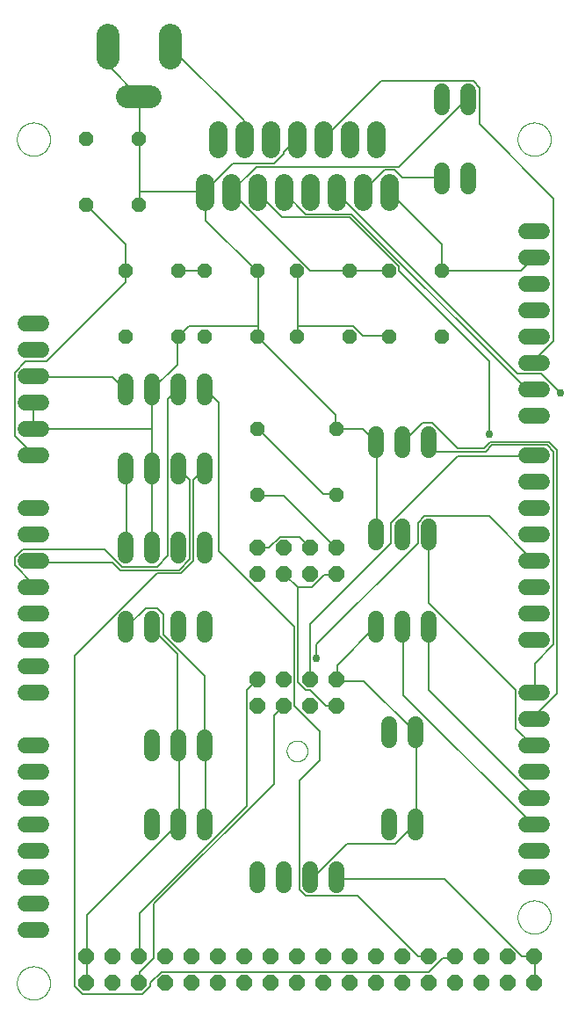
<source format=gtl>
G75*
%MOIN*%
%OFA0B0*%
%FSLAX25Y25*%
%IPPOS*%
%LPD*%
%AMOC8*
5,1,8,0,0,1.08239X$1,22.5*
%
%ADD10OC8,0.05200*%
%ADD11C,0.07087*%
%ADD12C,0.06000*%
%ADD13OC8,0.06000*%
%ADD14C,0.00000*%
%ADD15C,0.08600*%
%ADD16C,0.00600*%
%ADD17C,0.02978*%
D10*
X0100000Y0206250D03*
X0100000Y0231250D03*
X0100000Y0266250D03*
X0100000Y0291250D03*
X0115000Y0291250D03*
X0115000Y0266250D03*
X0135000Y0266250D03*
X0135000Y0291250D03*
X0150000Y0291250D03*
X0150000Y0266250D03*
X0170000Y0266250D03*
X0170000Y0291250D03*
X0130000Y0231250D03*
X0130000Y0206250D03*
X0080000Y0266250D03*
X0070000Y0266250D03*
X0070000Y0291250D03*
X0080000Y0291250D03*
X0055000Y0316250D03*
X0050000Y0291250D03*
X0050000Y0266250D03*
X0035000Y0316250D03*
X0035000Y0341250D03*
X0055000Y0341250D03*
D11*
X0080000Y0324793D02*
X0080000Y0317707D01*
X0090000Y0317707D02*
X0090000Y0324793D01*
X0085000Y0337707D02*
X0085000Y0344793D01*
X0095000Y0344793D02*
X0095000Y0337707D01*
X0105000Y0337707D02*
X0105000Y0344793D01*
X0115000Y0344793D02*
X0115000Y0337707D01*
X0125000Y0337707D02*
X0125000Y0344793D01*
X0135000Y0344793D02*
X0135000Y0337707D01*
X0145000Y0337707D02*
X0145000Y0344793D01*
X0140000Y0324793D02*
X0140000Y0317707D01*
X0130000Y0317707D02*
X0130000Y0324793D01*
X0120000Y0324793D02*
X0120000Y0317707D01*
X0110000Y0317707D02*
X0110000Y0324793D01*
X0100000Y0324793D02*
X0100000Y0317707D01*
X0150000Y0317707D02*
X0150000Y0324793D01*
D12*
X0170000Y0323250D02*
X0170000Y0329250D01*
X0180000Y0329250D02*
X0180000Y0323250D01*
X0180000Y0353250D02*
X0180000Y0359250D01*
X0170000Y0359250D02*
X0170000Y0353250D01*
X0202000Y0306250D02*
X0208000Y0306250D01*
X0208000Y0296250D02*
X0202000Y0296250D01*
X0202000Y0286250D02*
X0208000Y0286250D01*
X0208000Y0276250D02*
X0202000Y0276250D01*
X0202000Y0266250D02*
X0208000Y0266250D01*
X0208000Y0256250D02*
X0202000Y0256250D01*
X0202000Y0246250D02*
X0208000Y0246250D01*
X0208000Y0236250D02*
X0202000Y0236250D01*
X0202000Y0221250D02*
X0208000Y0221250D01*
X0208000Y0211250D02*
X0202000Y0211250D01*
X0202000Y0201250D02*
X0208000Y0201250D01*
X0208000Y0191250D02*
X0202000Y0191250D01*
X0202000Y0181250D02*
X0208000Y0181250D01*
X0208000Y0171250D02*
X0202000Y0171250D01*
X0202000Y0161250D02*
X0208000Y0161250D01*
X0208000Y0151250D02*
X0202000Y0151250D01*
X0202000Y0131250D02*
X0208000Y0131250D01*
X0208000Y0121250D02*
X0202000Y0121250D01*
X0202000Y0111250D02*
X0208000Y0111250D01*
X0208000Y0101250D02*
X0202000Y0101250D01*
X0202000Y0091250D02*
X0208000Y0091250D01*
X0208000Y0081250D02*
X0202000Y0081250D01*
X0202000Y0071250D02*
X0208000Y0071250D01*
X0208000Y0061250D02*
X0202000Y0061250D01*
X0160000Y0078250D02*
X0160000Y0084250D01*
X0150000Y0084250D02*
X0150000Y0078250D01*
X0150000Y0113250D02*
X0150000Y0119250D01*
X0160000Y0119250D02*
X0160000Y0113250D01*
X0155000Y0153250D02*
X0155000Y0159250D01*
X0145000Y0159250D02*
X0145000Y0153250D01*
X0145000Y0188250D02*
X0145000Y0194250D01*
X0155000Y0194250D02*
X0155000Y0188250D01*
X0165000Y0188250D02*
X0165000Y0194250D01*
X0165000Y0223250D02*
X0165000Y0229250D01*
X0155000Y0229250D02*
X0155000Y0223250D01*
X0145000Y0223250D02*
X0145000Y0229250D01*
X0165000Y0159250D02*
X0165000Y0153250D01*
X0130000Y0064250D02*
X0130000Y0058250D01*
X0120000Y0058250D02*
X0120000Y0064250D01*
X0110000Y0064250D02*
X0110000Y0058250D01*
X0100000Y0058250D02*
X0100000Y0064250D01*
X0080000Y0078250D02*
X0080000Y0084250D01*
X0070000Y0084250D02*
X0070000Y0078250D01*
X0060000Y0078250D02*
X0060000Y0084250D01*
X0060000Y0108250D02*
X0060000Y0114250D01*
X0070000Y0114250D02*
X0070000Y0108250D01*
X0080000Y0108250D02*
X0080000Y0114250D01*
X0080000Y0153250D02*
X0080000Y0159250D01*
X0070000Y0159250D02*
X0070000Y0153250D01*
X0060000Y0153250D02*
X0060000Y0159250D01*
X0050000Y0159250D02*
X0050000Y0153250D01*
X0050000Y0183250D02*
X0050000Y0189250D01*
X0060000Y0189250D02*
X0060000Y0183250D01*
X0070000Y0183250D02*
X0070000Y0189250D01*
X0080000Y0189250D02*
X0080000Y0183250D01*
X0080000Y0213250D02*
X0080000Y0219250D01*
X0070000Y0219250D02*
X0070000Y0213250D01*
X0060000Y0213250D02*
X0060000Y0219250D01*
X0050000Y0219250D02*
X0050000Y0213250D01*
X0050000Y0243250D02*
X0050000Y0249250D01*
X0060000Y0249250D02*
X0060000Y0243250D01*
X0070000Y0243250D02*
X0070000Y0249250D01*
X0080000Y0249250D02*
X0080000Y0243250D01*
X0018000Y0241250D02*
X0012000Y0241250D01*
X0012000Y0251250D02*
X0018000Y0251250D01*
X0018000Y0261250D02*
X0012000Y0261250D01*
X0012000Y0271250D02*
X0018000Y0271250D01*
X0018000Y0231250D02*
X0012000Y0231250D01*
X0012000Y0221250D02*
X0018000Y0221250D01*
X0018000Y0201250D02*
X0012000Y0201250D01*
X0012000Y0191250D02*
X0018000Y0191250D01*
X0018000Y0181250D02*
X0012000Y0181250D01*
X0012000Y0171250D02*
X0018000Y0171250D01*
X0018000Y0161250D02*
X0012000Y0161250D01*
X0012000Y0151250D02*
X0018000Y0151250D01*
X0018000Y0141250D02*
X0012000Y0141250D01*
X0012000Y0131250D02*
X0018000Y0131250D01*
X0018000Y0111250D02*
X0012000Y0111250D01*
X0012000Y0101250D02*
X0018000Y0101250D01*
X0018000Y0091250D02*
X0012000Y0091250D01*
X0012000Y0081250D02*
X0018000Y0081250D01*
X0018000Y0071250D02*
X0012000Y0071250D01*
X0012000Y0061250D02*
X0018000Y0061250D01*
X0018000Y0051250D02*
X0012000Y0051250D01*
X0012000Y0041250D02*
X0018000Y0041250D01*
D13*
X0035000Y0031250D03*
X0035000Y0021250D03*
X0045000Y0021250D03*
X0045000Y0031250D03*
X0055000Y0031250D03*
X0055000Y0021250D03*
X0065000Y0021250D03*
X0065000Y0031250D03*
X0075000Y0031250D03*
X0075000Y0021250D03*
X0085000Y0021250D03*
X0085000Y0031250D03*
X0095000Y0031250D03*
X0095000Y0021250D03*
X0105000Y0021250D03*
X0105000Y0031250D03*
X0115000Y0031250D03*
X0115000Y0021250D03*
X0125000Y0021250D03*
X0125000Y0031250D03*
X0135000Y0031250D03*
X0135000Y0021250D03*
X0145000Y0021250D03*
X0145000Y0031250D03*
X0155000Y0031250D03*
X0155000Y0021250D03*
X0165000Y0021250D03*
X0165000Y0031250D03*
X0175000Y0031250D03*
X0175000Y0021250D03*
X0185000Y0021250D03*
X0185000Y0031250D03*
X0195000Y0031250D03*
X0195000Y0021250D03*
X0205000Y0021250D03*
X0205000Y0031250D03*
X0130000Y0126250D03*
X0130000Y0136250D03*
X0120000Y0136250D03*
X0120000Y0126250D03*
X0110000Y0126250D03*
X0110000Y0136250D03*
X0100000Y0136250D03*
X0100000Y0126250D03*
X0100000Y0176250D03*
X0100000Y0186250D03*
X0110000Y0186250D03*
X0110000Y0176250D03*
X0120000Y0176250D03*
X0120000Y0186250D03*
X0130000Y0186250D03*
X0130000Y0176250D03*
D14*
X0008701Y0021250D02*
X0008703Y0021408D01*
X0008709Y0021566D01*
X0008719Y0021724D01*
X0008733Y0021882D01*
X0008751Y0022039D01*
X0008772Y0022196D01*
X0008798Y0022352D01*
X0008828Y0022508D01*
X0008861Y0022663D01*
X0008899Y0022816D01*
X0008940Y0022969D01*
X0008985Y0023121D01*
X0009034Y0023272D01*
X0009087Y0023421D01*
X0009143Y0023569D01*
X0009203Y0023715D01*
X0009267Y0023860D01*
X0009335Y0024003D01*
X0009406Y0024145D01*
X0009480Y0024285D01*
X0009558Y0024422D01*
X0009640Y0024558D01*
X0009724Y0024692D01*
X0009813Y0024823D01*
X0009904Y0024952D01*
X0009999Y0025079D01*
X0010096Y0025204D01*
X0010197Y0025326D01*
X0010301Y0025445D01*
X0010408Y0025562D01*
X0010518Y0025676D01*
X0010631Y0025787D01*
X0010746Y0025896D01*
X0010864Y0026001D01*
X0010985Y0026103D01*
X0011108Y0026203D01*
X0011234Y0026299D01*
X0011362Y0026392D01*
X0011492Y0026482D01*
X0011625Y0026568D01*
X0011760Y0026652D01*
X0011896Y0026731D01*
X0012035Y0026808D01*
X0012176Y0026880D01*
X0012318Y0026950D01*
X0012462Y0027015D01*
X0012608Y0027077D01*
X0012755Y0027135D01*
X0012904Y0027190D01*
X0013054Y0027241D01*
X0013205Y0027288D01*
X0013357Y0027331D01*
X0013510Y0027370D01*
X0013665Y0027406D01*
X0013820Y0027437D01*
X0013976Y0027465D01*
X0014132Y0027489D01*
X0014289Y0027509D01*
X0014447Y0027525D01*
X0014604Y0027537D01*
X0014763Y0027545D01*
X0014921Y0027549D01*
X0015079Y0027549D01*
X0015237Y0027545D01*
X0015396Y0027537D01*
X0015553Y0027525D01*
X0015711Y0027509D01*
X0015868Y0027489D01*
X0016024Y0027465D01*
X0016180Y0027437D01*
X0016335Y0027406D01*
X0016490Y0027370D01*
X0016643Y0027331D01*
X0016795Y0027288D01*
X0016946Y0027241D01*
X0017096Y0027190D01*
X0017245Y0027135D01*
X0017392Y0027077D01*
X0017538Y0027015D01*
X0017682Y0026950D01*
X0017824Y0026880D01*
X0017965Y0026808D01*
X0018104Y0026731D01*
X0018240Y0026652D01*
X0018375Y0026568D01*
X0018508Y0026482D01*
X0018638Y0026392D01*
X0018766Y0026299D01*
X0018892Y0026203D01*
X0019015Y0026103D01*
X0019136Y0026001D01*
X0019254Y0025896D01*
X0019369Y0025787D01*
X0019482Y0025676D01*
X0019592Y0025562D01*
X0019699Y0025445D01*
X0019803Y0025326D01*
X0019904Y0025204D01*
X0020001Y0025079D01*
X0020096Y0024952D01*
X0020187Y0024823D01*
X0020276Y0024692D01*
X0020360Y0024558D01*
X0020442Y0024422D01*
X0020520Y0024285D01*
X0020594Y0024145D01*
X0020665Y0024003D01*
X0020733Y0023860D01*
X0020797Y0023715D01*
X0020857Y0023569D01*
X0020913Y0023421D01*
X0020966Y0023272D01*
X0021015Y0023121D01*
X0021060Y0022969D01*
X0021101Y0022816D01*
X0021139Y0022663D01*
X0021172Y0022508D01*
X0021202Y0022352D01*
X0021228Y0022196D01*
X0021249Y0022039D01*
X0021267Y0021882D01*
X0021281Y0021724D01*
X0021291Y0021566D01*
X0021297Y0021408D01*
X0021299Y0021250D01*
X0021297Y0021092D01*
X0021291Y0020934D01*
X0021281Y0020776D01*
X0021267Y0020618D01*
X0021249Y0020461D01*
X0021228Y0020304D01*
X0021202Y0020148D01*
X0021172Y0019992D01*
X0021139Y0019837D01*
X0021101Y0019684D01*
X0021060Y0019531D01*
X0021015Y0019379D01*
X0020966Y0019228D01*
X0020913Y0019079D01*
X0020857Y0018931D01*
X0020797Y0018785D01*
X0020733Y0018640D01*
X0020665Y0018497D01*
X0020594Y0018355D01*
X0020520Y0018215D01*
X0020442Y0018078D01*
X0020360Y0017942D01*
X0020276Y0017808D01*
X0020187Y0017677D01*
X0020096Y0017548D01*
X0020001Y0017421D01*
X0019904Y0017296D01*
X0019803Y0017174D01*
X0019699Y0017055D01*
X0019592Y0016938D01*
X0019482Y0016824D01*
X0019369Y0016713D01*
X0019254Y0016604D01*
X0019136Y0016499D01*
X0019015Y0016397D01*
X0018892Y0016297D01*
X0018766Y0016201D01*
X0018638Y0016108D01*
X0018508Y0016018D01*
X0018375Y0015932D01*
X0018240Y0015848D01*
X0018104Y0015769D01*
X0017965Y0015692D01*
X0017824Y0015620D01*
X0017682Y0015550D01*
X0017538Y0015485D01*
X0017392Y0015423D01*
X0017245Y0015365D01*
X0017096Y0015310D01*
X0016946Y0015259D01*
X0016795Y0015212D01*
X0016643Y0015169D01*
X0016490Y0015130D01*
X0016335Y0015094D01*
X0016180Y0015063D01*
X0016024Y0015035D01*
X0015868Y0015011D01*
X0015711Y0014991D01*
X0015553Y0014975D01*
X0015396Y0014963D01*
X0015237Y0014955D01*
X0015079Y0014951D01*
X0014921Y0014951D01*
X0014763Y0014955D01*
X0014604Y0014963D01*
X0014447Y0014975D01*
X0014289Y0014991D01*
X0014132Y0015011D01*
X0013976Y0015035D01*
X0013820Y0015063D01*
X0013665Y0015094D01*
X0013510Y0015130D01*
X0013357Y0015169D01*
X0013205Y0015212D01*
X0013054Y0015259D01*
X0012904Y0015310D01*
X0012755Y0015365D01*
X0012608Y0015423D01*
X0012462Y0015485D01*
X0012318Y0015550D01*
X0012176Y0015620D01*
X0012035Y0015692D01*
X0011896Y0015769D01*
X0011760Y0015848D01*
X0011625Y0015932D01*
X0011492Y0016018D01*
X0011362Y0016108D01*
X0011234Y0016201D01*
X0011108Y0016297D01*
X0010985Y0016397D01*
X0010864Y0016499D01*
X0010746Y0016604D01*
X0010631Y0016713D01*
X0010518Y0016824D01*
X0010408Y0016938D01*
X0010301Y0017055D01*
X0010197Y0017174D01*
X0010096Y0017296D01*
X0009999Y0017421D01*
X0009904Y0017548D01*
X0009813Y0017677D01*
X0009724Y0017808D01*
X0009640Y0017942D01*
X0009558Y0018078D01*
X0009480Y0018215D01*
X0009406Y0018355D01*
X0009335Y0018497D01*
X0009267Y0018640D01*
X0009203Y0018785D01*
X0009143Y0018931D01*
X0009087Y0019079D01*
X0009034Y0019228D01*
X0008985Y0019379D01*
X0008940Y0019531D01*
X0008899Y0019684D01*
X0008861Y0019837D01*
X0008828Y0019992D01*
X0008798Y0020148D01*
X0008772Y0020304D01*
X0008751Y0020461D01*
X0008733Y0020618D01*
X0008719Y0020776D01*
X0008709Y0020934D01*
X0008703Y0021092D01*
X0008701Y0021250D01*
X0111063Y0109250D02*
X0111065Y0109375D01*
X0111071Y0109500D01*
X0111081Y0109624D01*
X0111095Y0109748D01*
X0111112Y0109872D01*
X0111134Y0109995D01*
X0111160Y0110117D01*
X0111189Y0110239D01*
X0111222Y0110359D01*
X0111260Y0110478D01*
X0111300Y0110597D01*
X0111345Y0110713D01*
X0111393Y0110828D01*
X0111445Y0110942D01*
X0111501Y0111054D01*
X0111560Y0111164D01*
X0111622Y0111272D01*
X0111688Y0111379D01*
X0111757Y0111483D01*
X0111830Y0111584D01*
X0111905Y0111684D01*
X0111984Y0111781D01*
X0112066Y0111875D01*
X0112151Y0111967D01*
X0112238Y0112056D01*
X0112329Y0112142D01*
X0112422Y0112225D01*
X0112518Y0112306D01*
X0112616Y0112383D01*
X0112716Y0112457D01*
X0112819Y0112528D01*
X0112924Y0112595D01*
X0113032Y0112660D01*
X0113141Y0112720D01*
X0113252Y0112778D01*
X0113365Y0112831D01*
X0113479Y0112881D01*
X0113595Y0112928D01*
X0113712Y0112970D01*
X0113831Y0113009D01*
X0113951Y0113045D01*
X0114072Y0113076D01*
X0114194Y0113104D01*
X0114316Y0113127D01*
X0114440Y0113147D01*
X0114564Y0113163D01*
X0114688Y0113175D01*
X0114813Y0113183D01*
X0114938Y0113187D01*
X0115062Y0113187D01*
X0115187Y0113183D01*
X0115312Y0113175D01*
X0115436Y0113163D01*
X0115560Y0113147D01*
X0115684Y0113127D01*
X0115806Y0113104D01*
X0115928Y0113076D01*
X0116049Y0113045D01*
X0116169Y0113009D01*
X0116288Y0112970D01*
X0116405Y0112928D01*
X0116521Y0112881D01*
X0116635Y0112831D01*
X0116748Y0112778D01*
X0116859Y0112720D01*
X0116969Y0112660D01*
X0117076Y0112595D01*
X0117181Y0112528D01*
X0117284Y0112457D01*
X0117384Y0112383D01*
X0117482Y0112306D01*
X0117578Y0112225D01*
X0117671Y0112142D01*
X0117762Y0112056D01*
X0117849Y0111967D01*
X0117934Y0111875D01*
X0118016Y0111781D01*
X0118095Y0111684D01*
X0118170Y0111584D01*
X0118243Y0111483D01*
X0118312Y0111379D01*
X0118378Y0111272D01*
X0118440Y0111164D01*
X0118499Y0111054D01*
X0118555Y0110942D01*
X0118607Y0110828D01*
X0118655Y0110713D01*
X0118700Y0110597D01*
X0118740Y0110478D01*
X0118778Y0110359D01*
X0118811Y0110239D01*
X0118840Y0110117D01*
X0118866Y0109995D01*
X0118888Y0109872D01*
X0118905Y0109748D01*
X0118919Y0109624D01*
X0118929Y0109500D01*
X0118935Y0109375D01*
X0118937Y0109250D01*
X0118935Y0109125D01*
X0118929Y0109000D01*
X0118919Y0108876D01*
X0118905Y0108752D01*
X0118888Y0108628D01*
X0118866Y0108505D01*
X0118840Y0108383D01*
X0118811Y0108261D01*
X0118778Y0108141D01*
X0118740Y0108022D01*
X0118700Y0107903D01*
X0118655Y0107787D01*
X0118607Y0107672D01*
X0118555Y0107558D01*
X0118499Y0107446D01*
X0118440Y0107336D01*
X0118378Y0107228D01*
X0118312Y0107121D01*
X0118243Y0107017D01*
X0118170Y0106916D01*
X0118095Y0106816D01*
X0118016Y0106719D01*
X0117934Y0106625D01*
X0117849Y0106533D01*
X0117762Y0106444D01*
X0117671Y0106358D01*
X0117578Y0106275D01*
X0117482Y0106194D01*
X0117384Y0106117D01*
X0117284Y0106043D01*
X0117181Y0105972D01*
X0117076Y0105905D01*
X0116968Y0105840D01*
X0116859Y0105780D01*
X0116748Y0105722D01*
X0116635Y0105669D01*
X0116521Y0105619D01*
X0116405Y0105572D01*
X0116288Y0105530D01*
X0116169Y0105491D01*
X0116049Y0105455D01*
X0115928Y0105424D01*
X0115806Y0105396D01*
X0115684Y0105373D01*
X0115560Y0105353D01*
X0115436Y0105337D01*
X0115312Y0105325D01*
X0115187Y0105317D01*
X0115062Y0105313D01*
X0114938Y0105313D01*
X0114813Y0105317D01*
X0114688Y0105325D01*
X0114564Y0105337D01*
X0114440Y0105353D01*
X0114316Y0105373D01*
X0114194Y0105396D01*
X0114072Y0105424D01*
X0113951Y0105455D01*
X0113831Y0105491D01*
X0113712Y0105530D01*
X0113595Y0105572D01*
X0113479Y0105619D01*
X0113365Y0105669D01*
X0113252Y0105722D01*
X0113141Y0105780D01*
X0113031Y0105840D01*
X0112924Y0105905D01*
X0112819Y0105972D01*
X0112716Y0106043D01*
X0112616Y0106117D01*
X0112518Y0106194D01*
X0112422Y0106275D01*
X0112329Y0106358D01*
X0112238Y0106444D01*
X0112151Y0106533D01*
X0112066Y0106625D01*
X0111984Y0106719D01*
X0111905Y0106816D01*
X0111830Y0106916D01*
X0111757Y0107017D01*
X0111688Y0107121D01*
X0111622Y0107228D01*
X0111560Y0107336D01*
X0111501Y0107446D01*
X0111445Y0107558D01*
X0111393Y0107672D01*
X0111345Y0107787D01*
X0111300Y0107903D01*
X0111260Y0108022D01*
X0111222Y0108141D01*
X0111189Y0108261D01*
X0111160Y0108383D01*
X0111134Y0108505D01*
X0111112Y0108628D01*
X0111095Y0108752D01*
X0111081Y0108876D01*
X0111071Y0109000D01*
X0111065Y0109125D01*
X0111063Y0109250D01*
X0198701Y0046250D02*
X0198703Y0046408D01*
X0198709Y0046566D01*
X0198719Y0046724D01*
X0198733Y0046882D01*
X0198751Y0047039D01*
X0198772Y0047196D01*
X0198798Y0047352D01*
X0198828Y0047508D01*
X0198861Y0047663D01*
X0198899Y0047816D01*
X0198940Y0047969D01*
X0198985Y0048121D01*
X0199034Y0048272D01*
X0199087Y0048421D01*
X0199143Y0048569D01*
X0199203Y0048715D01*
X0199267Y0048860D01*
X0199335Y0049003D01*
X0199406Y0049145D01*
X0199480Y0049285D01*
X0199558Y0049422D01*
X0199640Y0049558D01*
X0199724Y0049692D01*
X0199813Y0049823D01*
X0199904Y0049952D01*
X0199999Y0050079D01*
X0200096Y0050204D01*
X0200197Y0050326D01*
X0200301Y0050445D01*
X0200408Y0050562D01*
X0200518Y0050676D01*
X0200631Y0050787D01*
X0200746Y0050896D01*
X0200864Y0051001D01*
X0200985Y0051103D01*
X0201108Y0051203D01*
X0201234Y0051299D01*
X0201362Y0051392D01*
X0201492Y0051482D01*
X0201625Y0051568D01*
X0201760Y0051652D01*
X0201896Y0051731D01*
X0202035Y0051808D01*
X0202176Y0051880D01*
X0202318Y0051950D01*
X0202462Y0052015D01*
X0202608Y0052077D01*
X0202755Y0052135D01*
X0202904Y0052190D01*
X0203054Y0052241D01*
X0203205Y0052288D01*
X0203357Y0052331D01*
X0203510Y0052370D01*
X0203665Y0052406D01*
X0203820Y0052437D01*
X0203976Y0052465D01*
X0204132Y0052489D01*
X0204289Y0052509D01*
X0204447Y0052525D01*
X0204604Y0052537D01*
X0204763Y0052545D01*
X0204921Y0052549D01*
X0205079Y0052549D01*
X0205237Y0052545D01*
X0205396Y0052537D01*
X0205553Y0052525D01*
X0205711Y0052509D01*
X0205868Y0052489D01*
X0206024Y0052465D01*
X0206180Y0052437D01*
X0206335Y0052406D01*
X0206490Y0052370D01*
X0206643Y0052331D01*
X0206795Y0052288D01*
X0206946Y0052241D01*
X0207096Y0052190D01*
X0207245Y0052135D01*
X0207392Y0052077D01*
X0207538Y0052015D01*
X0207682Y0051950D01*
X0207824Y0051880D01*
X0207965Y0051808D01*
X0208104Y0051731D01*
X0208240Y0051652D01*
X0208375Y0051568D01*
X0208508Y0051482D01*
X0208638Y0051392D01*
X0208766Y0051299D01*
X0208892Y0051203D01*
X0209015Y0051103D01*
X0209136Y0051001D01*
X0209254Y0050896D01*
X0209369Y0050787D01*
X0209482Y0050676D01*
X0209592Y0050562D01*
X0209699Y0050445D01*
X0209803Y0050326D01*
X0209904Y0050204D01*
X0210001Y0050079D01*
X0210096Y0049952D01*
X0210187Y0049823D01*
X0210276Y0049692D01*
X0210360Y0049558D01*
X0210442Y0049422D01*
X0210520Y0049285D01*
X0210594Y0049145D01*
X0210665Y0049003D01*
X0210733Y0048860D01*
X0210797Y0048715D01*
X0210857Y0048569D01*
X0210913Y0048421D01*
X0210966Y0048272D01*
X0211015Y0048121D01*
X0211060Y0047969D01*
X0211101Y0047816D01*
X0211139Y0047663D01*
X0211172Y0047508D01*
X0211202Y0047352D01*
X0211228Y0047196D01*
X0211249Y0047039D01*
X0211267Y0046882D01*
X0211281Y0046724D01*
X0211291Y0046566D01*
X0211297Y0046408D01*
X0211299Y0046250D01*
X0211297Y0046092D01*
X0211291Y0045934D01*
X0211281Y0045776D01*
X0211267Y0045618D01*
X0211249Y0045461D01*
X0211228Y0045304D01*
X0211202Y0045148D01*
X0211172Y0044992D01*
X0211139Y0044837D01*
X0211101Y0044684D01*
X0211060Y0044531D01*
X0211015Y0044379D01*
X0210966Y0044228D01*
X0210913Y0044079D01*
X0210857Y0043931D01*
X0210797Y0043785D01*
X0210733Y0043640D01*
X0210665Y0043497D01*
X0210594Y0043355D01*
X0210520Y0043215D01*
X0210442Y0043078D01*
X0210360Y0042942D01*
X0210276Y0042808D01*
X0210187Y0042677D01*
X0210096Y0042548D01*
X0210001Y0042421D01*
X0209904Y0042296D01*
X0209803Y0042174D01*
X0209699Y0042055D01*
X0209592Y0041938D01*
X0209482Y0041824D01*
X0209369Y0041713D01*
X0209254Y0041604D01*
X0209136Y0041499D01*
X0209015Y0041397D01*
X0208892Y0041297D01*
X0208766Y0041201D01*
X0208638Y0041108D01*
X0208508Y0041018D01*
X0208375Y0040932D01*
X0208240Y0040848D01*
X0208104Y0040769D01*
X0207965Y0040692D01*
X0207824Y0040620D01*
X0207682Y0040550D01*
X0207538Y0040485D01*
X0207392Y0040423D01*
X0207245Y0040365D01*
X0207096Y0040310D01*
X0206946Y0040259D01*
X0206795Y0040212D01*
X0206643Y0040169D01*
X0206490Y0040130D01*
X0206335Y0040094D01*
X0206180Y0040063D01*
X0206024Y0040035D01*
X0205868Y0040011D01*
X0205711Y0039991D01*
X0205553Y0039975D01*
X0205396Y0039963D01*
X0205237Y0039955D01*
X0205079Y0039951D01*
X0204921Y0039951D01*
X0204763Y0039955D01*
X0204604Y0039963D01*
X0204447Y0039975D01*
X0204289Y0039991D01*
X0204132Y0040011D01*
X0203976Y0040035D01*
X0203820Y0040063D01*
X0203665Y0040094D01*
X0203510Y0040130D01*
X0203357Y0040169D01*
X0203205Y0040212D01*
X0203054Y0040259D01*
X0202904Y0040310D01*
X0202755Y0040365D01*
X0202608Y0040423D01*
X0202462Y0040485D01*
X0202318Y0040550D01*
X0202176Y0040620D01*
X0202035Y0040692D01*
X0201896Y0040769D01*
X0201760Y0040848D01*
X0201625Y0040932D01*
X0201492Y0041018D01*
X0201362Y0041108D01*
X0201234Y0041201D01*
X0201108Y0041297D01*
X0200985Y0041397D01*
X0200864Y0041499D01*
X0200746Y0041604D01*
X0200631Y0041713D01*
X0200518Y0041824D01*
X0200408Y0041938D01*
X0200301Y0042055D01*
X0200197Y0042174D01*
X0200096Y0042296D01*
X0199999Y0042421D01*
X0199904Y0042548D01*
X0199813Y0042677D01*
X0199724Y0042808D01*
X0199640Y0042942D01*
X0199558Y0043078D01*
X0199480Y0043215D01*
X0199406Y0043355D01*
X0199335Y0043497D01*
X0199267Y0043640D01*
X0199203Y0043785D01*
X0199143Y0043931D01*
X0199087Y0044079D01*
X0199034Y0044228D01*
X0198985Y0044379D01*
X0198940Y0044531D01*
X0198899Y0044684D01*
X0198861Y0044837D01*
X0198828Y0044992D01*
X0198798Y0045148D01*
X0198772Y0045304D01*
X0198751Y0045461D01*
X0198733Y0045618D01*
X0198719Y0045776D01*
X0198709Y0045934D01*
X0198703Y0046092D01*
X0198701Y0046250D01*
X0198701Y0341250D02*
X0198703Y0341408D01*
X0198709Y0341566D01*
X0198719Y0341724D01*
X0198733Y0341882D01*
X0198751Y0342039D01*
X0198772Y0342196D01*
X0198798Y0342352D01*
X0198828Y0342508D01*
X0198861Y0342663D01*
X0198899Y0342816D01*
X0198940Y0342969D01*
X0198985Y0343121D01*
X0199034Y0343272D01*
X0199087Y0343421D01*
X0199143Y0343569D01*
X0199203Y0343715D01*
X0199267Y0343860D01*
X0199335Y0344003D01*
X0199406Y0344145D01*
X0199480Y0344285D01*
X0199558Y0344422D01*
X0199640Y0344558D01*
X0199724Y0344692D01*
X0199813Y0344823D01*
X0199904Y0344952D01*
X0199999Y0345079D01*
X0200096Y0345204D01*
X0200197Y0345326D01*
X0200301Y0345445D01*
X0200408Y0345562D01*
X0200518Y0345676D01*
X0200631Y0345787D01*
X0200746Y0345896D01*
X0200864Y0346001D01*
X0200985Y0346103D01*
X0201108Y0346203D01*
X0201234Y0346299D01*
X0201362Y0346392D01*
X0201492Y0346482D01*
X0201625Y0346568D01*
X0201760Y0346652D01*
X0201896Y0346731D01*
X0202035Y0346808D01*
X0202176Y0346880D01*
X0202318Y0346950D01*
X0202462Y0347015D01*
X0202608Y0347077D01*
X0202755Y0347135D01*
X0202904Y0347190D01*
X0203054Y0347241D01*
X0203205Y0347288D01*
X0203357Y0347331D01*
X0203510Y0347370D01*
X0203665Y0347406D01*
X0203820Y0347437D01*
X0203976Y0347465D01*
X0204132Y0347489D01*
X0204289Y0347509D01*
X0204447Y0347525D01*
X0204604Y0347537D01*
X0204763Y0347545D01*
X0204921Y0347549D01*
X0205079Y0347549D01*
X0205237Y0347545D01*
X0205396Y0347537D01*
X0205553Y0347525D01*
X0205711Y0347509D01*
X0205868Y0347489D01*
X0206024Y0347465D01*
X0206180Y0347437D01*
X0206335Y0347406D01*
X0206490Y0347370D01*
X0206643Y0347331D01*
X0206795Y0347288D01*
X0206946Y0347241D01*
X0207096Y0347190D01*
X0207245Y0347135D01*
X0207392Y0347077D01*
X0207538Y0347015D01*
X0207682Y0346950D01*
X0207824Y0346880D01*
X0207965Y0346808D01*
X0208104Y0346731D01*
X0208240Y0346652D01*
X0208375Y0346568D01*
X0208508Y0346482D01*
X0208638Y0346392D01*
X0208766Y0346299D01*
X0208892Y0346203D01*
X0209015Y0346103D01*
X0209136Y0346001D01*
X0209254Y0345896D01*
X0209369Y0345787D01*
X0209482Y0345676D01*
X0209592Y0345562D01*
X0209699Y0345445D01*
X0209803Y0345326D01*
X0209904Y0345204D01*
X0210001Y0345079D01*
X0210096Y0344952D01*
X0210187Y0344823D01*
X0210276Y0344692D01*
X0210360Y0344558D01*
X0210442Y0344422D01*
X0210520Y0344285D01*
X0210594Y0344145D01*
X0210665Y0344003D01*
X0210733Y0343860D01*
X0210797Y0343715D01*
X0210857Y0343569D01*
X0210913Y0343421D01*
X0210966Y0343272D01*
X0211015Y0343121D01*
X0211060Y0342969D01*
X0211101Y0342816D01*
X0211139Y0342663D01*
X0211172Y0342508D01*
X0211202Y0342352D01*
X0211228Y0342196D01*
X0211249Y0342039D01*
X0211267Y0341882D01*
X0211281Y0341724D01*
X0211291Y0341566D01*
X0211297Y0341408D01*
X0211299Y0341250D01*
X0211297Y0341092D01*
X0211291Y0340934D01*
X0211281Y0340776D01*
X0211267Y0340618D01*
X0211249Y0340461D01*
X0211228Y0340304D01*
X0211202Y0340148D01*
X0211172Y0339992D01*
X0211139Y0339837D01*
X0211101Y0339684D01*
X0211060Y0339531D01*
X0211015Y0339379D01*
X0210966Y0339228D01*
X0210913Y0339079D01*
X0210857Y0338931D01*
X0210797Y0338785D01*
X0210733Y0338640D01*
X0210665Y0338497D01*
X0210594Y0338355D01*
X0210520Y0338215D01*
X0210442Y0338078D01*
X0210360Y0337942D01*
X0210276Y0337808D01*
X0210187Y0337677D01*
X0210096Y0337548D01*
X0210001Y0337421D01*
X0209904Y0337296D01*
X0209803Y0337174D01*
X0209699Y0337055D01*
X0209592Y0336938D01*
X0209482Y0336824D01*
X0209369Y0336713D01*
X0209254Y0336604D01*
X0209136Y0336499D01*
X0209015Y0336397D01*
X0208892Y0336297D01*
X0208766Y0336201D01*
X0208638Y0336108D01*
X0208508Y0336018D01*
X0208375Y0335932D01*
X0208240Y0335848D01*
X0208104Y0335769D01*
X0207965Y0335692D01*
X0207824Y0335620D01*
X0207682Y0335550D01*
X0207538Y0335485D01*
X0207392Y0335423D01*
X0207245Y0335365D01*
X0207096Y0335310D01*
X0206946Y0335259D01*
X0206795Y0335212D01*
X0206643Y0335169D01*
X0206490Y0335130D01*
X0206335Y0335094D01*
X0206180Y0335063D01*
X0206024Y0335035D01*
X0205868Y0335011D01*
X0205711Y0334991D01*
X0205553Y0334975D01*
X0205396Y0334963D01*
X0205237Y0334955D01*
X0205079Y0334951D01*
X0204921Y0334951D01*
X0204763Y0334955D01*
X0204604Y0334963D01*
X0204447Y0334975D01*
X0204289Y0334991D01*
X0204132Y0335011D01*
X0203976Y0335035D01*
X0203820Y0335063D01*
X0203665Y0335094D01*
X0203510Y0335130D01*
X0203357Y0335169D01*
X0203205Y0335212D01*
X0203054Y0335259D01*
X0202904Y0335310D01*
X0202755Y0335365D01*
X0202608Y0335423D01*
X0202462Y0335485D01*
X0202318Y0335550D01*
X0202176Y0335620D01*
X0202035Y0335692D01*
X0201896Y0335769D01*
X0201760Y0335848D01*
X0201625Y0335932D01*
X0201492Y0336018D01*
X0201362Y0336108D01*
X0201234Y0336201D01*
X0201108Y0336297D01*
X0200985Y0336397D01*
X0200864Y0336499D01*
X0200746Y0336604D01*
X0200631Y0336713D01*
X0200518Y0336824D01*
X0200408Y0336938D01*
X0200301Y0337055D01*
X0200197Y0337174D01*
X0200096Y0337296D01*
X0199999Y0337421D01*
X0199904Y0337548D01*
X0199813Y0337677D01*
X0199724Y0337808D01*
X0199640Y0337942D01*
X0199558Y0338078D01*
X0199480Y0338215D01*
X0199406Y0338355D01*
X0199335Y0338497D01*
X0199267Y0338640D01*
X0199203Y0338785D01*
X0199143Y0338931D01*
X0199087Y0339079D01*
X0199034Y0339228D01*
X0198985Y0339379D01*
X0198940Y0339531D01*
X0198899Y0339684D01*
X0198861Y0339837D01*
X0198828Y0339992D01*
X0198798Y0340148D01*
X0198772Y0340304D01*
X0198751Y0340461D01*
X0198733Y0340618D01*
X0198719Y0340776D01*
X0198709Y0340934D01*
X0198703Y0341092D01*
X0198701Y0341250D01*
X0008701Y0341250D02*
X0008703Y0341408D01*
X0008709Y0341566D01*
X0008719Y0341724D01*
X0008733Y0341882D01*
X0008751Y0342039D01*
X0008772Y0342196D01*
X0008798Y0342352D01*
X0008828Y0342508D01*
X0008861Y0342663D01*
X0008899Y0342816D01*
X0008940Y0342969D01*
X0008985Y0343121D01*
X0009034Y0343272D01*
X0009087Y0343421D01*
X0009143Y0343569D01*
X0009203Y0343715D01*
X0009267Y0343860D01*
X0009335Y0344003D01*
X0009406Y0344145D01*
X0009480Y0344285D01*
X0009558Y0344422D01*
X0009640Y0344558D01*
X0009724Y0344692D01*
X0009813Y0344823D01*
X0009904Y0344952D01*
X0009999Y0345079D01*
X0010096Y0345204D01*
X0010197Y0345326D01*
X0010301Y0345445D01*
X0010408Y0345562D01*
X0010518Y0345676D01*
X0010631Y0345787D01*
X0010746Y0345896D01*
X0010864Y0346001D01*
X0010985Y0346103D01*
X0011108Y0346203D01*
X0011234Y0346299D01*
X0011362Y0346392D01*
X0011492Y0346482D01*
X0011625Y0346568D01*
X0011760Y0346652D01*
X0011896Y0346731D01*
X0012035Y0346808D01*
X0012176Y0346880D01*
X0012318Y0346950D01*
X0012462Y0347015D01*
X0012608Y0347077D01*
X0012755Y0347135D01*
X0012904Y0347190D01*
X0013054Y0347241D01*
X0013205Y0347288D01*
X0013357Y0347331D01*
X0013510Y0347370D01*
X0013665Y0347406D01*
X0013820Y0347437D01*
X0013976Y0347465D01*
X0014132Y0347489D01*
X0014289Y0347509D01*
X0014447Y0347525D01*
X0014604Y0347537D01*
X0014763Y0347545D01*
X0014921Y0347549D01*
X0015079Y0347549D01*
X0015237Y0347545D01*
X0015396Y0347537D01*
X0015553Y0347525D01*
X0015711Y0347509D01*
X0015868Y0347489D01*
X0016024Y0347465D01*
X0016180Y0347437D01*
X0016335Y0347406D01*
X0016490Y0347370D01*
X0016643Y0347331D01*
X0016795Y0347288D01*
X0016946Y0347241D01*
X0017096Y0347190D01*
X0017245Y0347135D01*
X0017392Y0347077D01*
X0017538Y0347015D01*
X0017682Y0346950D01*
X0017824Y0346880D01*
X0017965Y0346808D01*
X0018104Y0346731D01*
X0018240Y0346652D01*
X0018375Y0346568D01*
X0018508Y0346482D01*
X0018638Y0346392D01*
X0018766Y0346299D01*
X0018892Y0346203D01*
X0019015Y0346103D01*
X0019136Y0346001D01*
X0019254Y0345896D01*
X0019369Y0345787D01*
X0019482Y0345676D01*
X0019592Y0345562D01*
X0019699Y0345445D01*
X0019803Y0345326D01*
X0019904Y0345204D01*
X0020001Y0345079D01*
X0020096Y0344952D01*
X0020187Y0344823D01*
X0020276Y0344692D01*
X0020360Y0344558D01*
X0020442Y0344422D01*
X0020520Y0344285D01*
X0020594Y0344145D01*
X0020665Y0344003D01*
X0020733Y0343860D01*
X0020797Y0343715D01*
X0020857Y0343569D01*
X0020913Y0343421D01*
X0020966Y0343272D01*
X0021015Y0343121D01*
X0021060Y0342969D01*
X0021101Y0342816D01*
X0021139Y0342663D01*
X0021172Y0342508D01*
X0021202Y0342352D01*
X0021228Y0342196D01*
X0021249Y0342039D01*
X0021267Y0341882D01*
X0021281Y0341724D01*
X0021291Y0341566D01*
X0021297Y0341408D01*
X0021299Y0341250D01*
X0021297Y0341092D01*
X0021291Y0340934D01*
X0021281Y0340776D01*
X0021267Y0340618D01*
X0021249Y0340461D01*
X0021228Y0340304D01*
X0021202Y0340148D01*
X0021172Y0339992D01*
X0021139Y0339837D01*
X0021101Y0339684D01*
X0021060Y0339531D01*
X0021015Y0339379D01*
X0020966Y0339228D01*
X0020913Y0339079D01*
X0020857Y0338931D01*
X0020797Y0338785D01*
X0020733Y0338640D01*
X0020665Y0338497D01*
X0020594Y0338355D01*
X0020520Y0338215D01*
X0020442Y0338078D01*
X0020360Y0337942D01*
X0020276Y0337808D01*
X0020187Y0337677D01*
X0020096Y0337548D01*
X0020001Y0337421D01*
X0019904Y0337296D01*
X0019803Y0337174D01*
X0019699Y0337055D01*
X0019592Y0336938D01*
X0019482Y0336824D01*
X0019369Y0336713D01*
X0019254Y0336604D01*
X0019136Y0336499D01*
X0019015Y0336397D01*
X0018892Y0336297D01*
X0018766Y0336201D01*
X0018638Y0336108D01*
X0018508Y0336018D01*
X0018375Y0335932D01*
X0018240Y0335848D01*
X0018104Y0335769D01*
X0017965Y0335692D01*
X0017824Y0335620D01*
X0017682Y0335550D01*
X0017538Y0335485D01*
X0017392Y0335423D01*
X0017245Y0335365D01*
X0017096Y0335310D01*
X0016946Y0335259D01*
X0016795Y0335212D01*
X0016643Y0335169D01*
X0016490Y0335130D01*
X0016335Y0335094D01*
X0016180Y0335063D01*
X0016024Y0335035D01*
X0015868Y0335011D01*
X0015711Y0334991D01*
X0015553Y0334975D01*
X0015396Y0334963D01*
X0015237Y0334955D01*
X0015079Y0334951D01*
X0014921Y0334951D01*
X0014763Y0334955D01*
X0014604Y0334963D01*
X0014447Y0334975D01*
X0014289Y0334991D01*
X0014132Y0335011D01*
X0013976Y0335035D01*
X0013820Y0335063D01*
X0013665Y0335094D01*
X0013510Y0335130D01*
X0013357Y0335169D01*
X0013205Y0335212D01*
X0013054Y0335259D01*
X0012904Y0335310D01*
X0012755Y0335365D01*
X0012608Y0335423D01*
X0012462Y0335485D01*
X0012318Y0335550D01*
X0012176Y0335620D01*
X0012035Y0335692D01*
X0011896Y0335769D01*
X0011760Y0335848D01*
X0011625Y0335932D01*
X0011492Y0336018D01*
X0011362Y0336108D01*
X0011234Y0336201D01*
X0011108Y0336297D01*
X0010985Y0336397D01*
X0010864Y0336499D01*
X0010746Y0336604D01*
X0010631Y0336713D01*
X0010518Y0336824D01*
X0010408Y0336938D01*
X0010301Y0337055D01*
X0010197Y0337174D01*
X0010096Y0337296D01*
X0009999Y0337421D01*
X0009904Y0337548D01*
X0009813Y0337677D01*
X0009724Y0337808D01*
X0009640Y0337942D01*
X0009558Y0338078D01*
X0009480Y0338215D01*
X0009406Y0338355D01*
X0009335Y0338497D01*
X0009267Y0338640D01*
X0009203Y0338785D01*
X0009143Y0338931D01*
X0009087Y0339079D01*
X0009034Y0339228D01*
X0008985Y0339379D01*
X0008940Y0339531D01*
X0008899Y0339684D01*
X0008861Y0339837D01*
X0008828Y0339992D01*
X0008798Y0340148D01*
X0008772Y0340304D01*
X0008751Y0340461D01*
X0008733Y0340618D01*
X0008719Y0340776D01*
X0008709Y0340934D01*
X0008703Y0341092D01*
X0008701Y0341250D01*
D15*
X0043189Y0371950D02*
X0043189Y0380550D01*
X0050700Y0357352D02*
X0059300Y0357352D01*
X0066811Y0371950D02*
X0066811Y0380550D01*
D16*
X0066811Y0376250D02*
X0067200Y0375850D01*
X0094800Y0348250D01*
X0094800Y0341650D01*
X0095000Y0341250D01*
X0090600Y0332050D02*
X0079800Y0321250D01*
X0080000Y0321250D01*
X0080400Y0321250D01*
X0080400Y0310450D01*
X0099600Y0291250D01*
X0100000Y0291250D01*
X0100200Y0291250D01*
X0100200Y0270250D01*
X0073800Y0270250D01*
X0070200Y0266650D01*
X0070000Y0266250D01*
X0069600Y0266050D01*
X0069600Y0255850D01*
X0060000Y0246250D01*
X0060000Y0231250D01*
X0015000Y0231250D01*
X0015000Y0241250D01*
X0015000Y0251050D02*
X0015000Y0251250D01*
X0015000Y0251050D02*
X0045000Y0251050D01*
X0049800Y0246250D01*
X0050000Y0246250D01*
X0060000Y0231250D02*
X0060000Y0216250D01*
X0060000Y0186250D01*
X0066000Y0183250D02*
X0061800Y0179050D01*
X0048600Y0179050D01*
X0042000Y0185650D01*
X0010800Y0185650D01*
X0007800Y0182650D01*
X0007800Y0179650D01*
X0015000Y0172450D01*
X0015000Y0171250D01*
X0015000Y0180850D02*
X0015000Y0181250D01*
X0015000Y0180850D02*
X0045000Y0180850D01*
X0048000Y0177850D01*
X0070200Y0177850D01*
X0074400Y0182050D01*
X0074400Y0212050D01*
X0070200Y0216250D01*
X0070000Y0216250D01*
X0075600Y0212050D02*
X0079800Y0216250D01*
X0080000Y0216250D01*
X0075600Y0212050D02*
X0075600Y0181450D01*
X0070800Y0176650D01*
X0061800Y0176650D01*
X0030600Y0145450D01*
X0030600Y0020050D01*
X0033600Y0017050D01*
X0056400Y0017050D01*
X0059400Y0020050D01*
X0059400Y0021250D01*
X0063600Y0025450D01*
X0165000Y0025450D01*
X0170400Y0030850D01*
X0174600Y0030850D01*
X0175000Y0031250D01*
X0165000Y0031250D02*
X0165000Y0031450D01*
X0160800Y0031450D01*
X0138000Y0054250D01*
X0118200Y0054250D01*
X0115800Y0056650D01*
X0115800Y0098050D01*
X0123600Y0105850D01*
X0123600Y0116650D01*
X0114000Y0126250D01*
X0114000Y0156250D01*
X0085200Y0185050D01*
X0085200Y0241450D01*
X0080400Y0246250D01*
X0080000Y0246250D01*
X0070000Y0246250D02*
X0069600Y0246250D01*
X0066000Y0242650D01*
X0066000Y0183250D01*
X0061800Y0163450D02*
X0057600Y0163450D01*
X0050400Y0156250D01*
X0050000Y0156250D01*
X0060000Y0156250D02*
X0060000Y0155650D01*
X0069600Y0146050D01*
X0069600Y0111250D01*
X0070000Y0111250D01*
X0070200Y0111250D01*
X0070200Y0081250D01*
X0070000Y0081250D01*
X0069600Y0081250D01*
X0035400Y0047050D01*
X0035400Y0031450D01*
X0035000Y0031250D01*
X0035400Y0030850D01*
X0035400Y0021250D01*
X0035000Y0021250D01*
X0055000Y0021250D02*
X0055200Y0021250D01*
X0055200Y0025450D01*
X0060600Y0030850D01*
X0060600Y0051250D01*
X0106200Y0096850D01*
X0106200Y0122650D01*
X0109800Y0126250D01*
X0110000Y0126250D01*
X0118200Y0132250D02*
X0115200Y0135250D01*
X0115200Y0171250D01*
X0120600Y0171250D01*
X0125400Y0176050D01*
X0129600Y0176050D01*
X0130000Y0176250D01*
X0130000Y0186250D02*
X0129600Y0186250D01*
X0109800Y0206050D01*
X0100200Y0206050D01*
X0100000Y0206250D01*
X0108600Y0190450D02*
X0115800Y0190450D01*
X0120000Y0186250D01*
X0110400Y0176050D02*
X0115200Y0171250D01*
X0110400Y0176050D02*
X0110000Y0176250D01*
X0104400Y0186250D02*
X0108600Y0190450D01*
X0104400Y0186250D02*
X0100000Y0186250D01*
X0120000Y0157450D02*
X0150600Y0188050D01*
X0150600Y0195850D01*
X0175800Y0221050D01*
X0204600Y0221050D01*
X0205000Y0221250D01*
X0210000Y0225250D02*
X0189000Y0225250D01*
X0186600Y0222850D01*
X0168000Y0222850D01*
X0165000Y0225850D01*
X0165000Y0226250D01*
X0166200Y0233650D02*
X0162600Y0233650D01*
X0155400Y0226450D01*
X0155000Y0226250D01*
X0145200Y0225850D02*
X0145000Y0226250D01*
X0144600Y0226450D01*
X0139800Y0231250D01*
X0130000Y0231250D01*
X0129600Y0231250D01*
X0129600Y0236650D01*
X0100000Y0266250D01*
X0100200Y0266650D01*
X0100200Y0270250D01*
X0115200Y0270250D02*
X0115200Y0266650D01*
X0115000Y0266250D01*
X0115200Y0270250D02*
X0136200Y0270250D01*
X0139800Y0266650D01*
X0150000Y0266650D01*
X0150000Y0266250D01*
X0150000Y0291250D02*
X0135000Y0291250D01*
X0120000Y0291250D01*
X0090000Y0321250D01*
X0099600Y0330850D01*
X0153600Y0330850D01*
X0178800Y0356050D01*
X0180000Y0356050D01*
X0180000Y0356250D01*
X0184200Y0360850D02*
X0181800Y0363250D01*
X0147000Y0363250D01*
X0125000Y0341250D01*
X0115000Y0341250D02*
X0114600Y0341050D01*
X0109800Y0336250D01*
X0109800Y0335650D01*
X0106200Y0332050D01*
X0090600Y0332050D01*
X0099600Y0321250D02*
X0100000Y0321250D01*
X0099600Y0321250D02*
X0109200Y0311650D01*
X0135000Y0311650D01*
X0153600Y0293050D01*
X0153600Y0291250D01*
X0187800Y0257050D01*
X0187800Y0229450D01*
X0188400Y0226450D02*
X0186000Y0224050D01*
X0175800Y0224050D01*
X0166200Y0233650D01*
X0145200Y0225850D02*
X0145200Y0191650D01*
X0145000Y0191250D01*
X0130000Y0206250D02*
X0129600Y0206650D01*
X0124800Y0206650D01*
X0100200Y0231250D01*
X0100000Y0231250D01*
X0115200Y0270250D02*
X0115200Y0291250D01*
X0115000Y0291250D01*
X0118200Y0312850D02*
X0109800Y0321250D01*
X0110000Y0321250D01*
X0118200Y0312850D02*
X0135600Y0312850D01*
X0202200Y0246250D01*
X0205000Y0246250D01*
X0207600Y0252250D02*
X0198600Y0252250D01*
X0129600Y0321250D01*
X0130000Y0321250D01*
X0139800Y0321250D02*
X0140000Y0321250D01*
X0139800Y0321250D02*
X0148200Y0329650D01*
X0151800Y0329650D01*
X0154800Y0326650D01*
X0169800Y0326650D01*
X0170000Y0326250D01*
X0150000Y0321250D02*
X0169800Y0301450D01*
X0169800Y0291250D01*
X0170000Y0291250D01*
X0199800Y0291250D01*
X0204600Y0296050D01*
X0205000Y0296250D01*
X0212400Y0318850D02*
X0184200Y0347050D01*
X0184200Y0360850D01*
X0212400Y0318850D02*
X0212400Y0264850D01*
X0205200Y0257650D01*
X0205200Y0256450D01*
X0205000Y0256250D01*
X0207600Y0252250D02*
X0214800Y0245050D01*
X0210600Y0226450D02*
X0188400Y0226450D01*
X0187800Y0198250D02*
X0204600Y0181450D01*
X0205000Y0181250D01*
X0187800Y0198250D02*
X0163200Y0198250D01*
X0160800Y0195850D01*
X0160800Y0188050D01*
X0122400Y0149650D01*
X0122400Y0144250D01*
X0120000Y0136250D02*
X0120000Y0157450D01*
X0130200Y0141850D02*
X0130200Y0136450D01*
X0130000Y0136250D01*
X0130200Y0135850D01*
X0140400Y0135850D01*
X0160000Y0116250D01*
X0160200Y0116050D01*
X0160200Y0081250D01*
X0160000Y0081250D01*
X0159600Y0081250D01*
X0152400Y0074050D01*
X0133800Y0074050D01*
X0121200Y0061450D01*
X0120000Y0061450D01*
X0120000Y0061250D01*
X0130000Y0061250D02*
X0130200Y0060850D01*
X0171000Y0060850D01*
X0200400Y0031450D01*
X0204600Y0031450D01*
X0205000Y0031250D01*
X0205200Y0030850D01*
X0205200Y0021250D01*
X0205000Y0021250D01*
X0205000Y0081250D02*
X0204600Y0081250D01*
X0155400Y0130450D01*
X0155400Y0156250D01*
X0155000Y0156250D01*
X0145000Y0156250D02*
X0144600Y0156250D01*
X0130200Y0141850D01*
X0120000Y0132250D02*
X0126000Y0126250D01*
X0130000Y0126250D01*
X0120000Y0132250D02*
X0118200Y0132250D01*
X0100000Y0136250D02*
X0096000Y0132250D01*
X0096000Y0088450D01*
X0055200Y0047650D01*
X0055200Y0031450D01*
X0055000Y0031250D01*
X0080000Y0081250D02*
X0080400Y0081250D01*
X0080400Y0111250D01*
X0080000Y0111250D01*
X0079800Y0111250D01*
X0079800Y0137650D01*
X0064200Y0153250D01*
X0064200Y0161050D01*
X0061800Y0163450D01*
X0050400Y0186250D02*
X0050000Y0186250D01*
X0050400Y0186250D02*
X0050400Y0216250D01*
X0050000Y0216250D01*
X0019800Y0257050D02*
X0049800Y0287050D01*
X0049800Y0291250D01*
X0050000Y0291250D01*
X0049800Y0291250D02*
X0049800Y0301450D01*
X0035000Y0316250D01*
X0055000Y0316250D02*
X0055200Y0316450D01*
X0055200Y0321250D01*
X0079800Y0321250D01*
X0080000Y0291250D02*
X0070000Y0291250D01*
X0055200Y0321250D02*
X0055200Y0341050D01*
X0055000Y0341250D01*
X0055200Y0341650D01*
X0055200Y0357250D01*
X0055000Y0357352D01*
X0054600Y0357850D01*
X0043200Y0369250D01*
X0043200Y0375850D01*
X0043189Y0376250D01*
X0019800Y0257050D02*
X0012000Y0257050D01*
X0007800Y0252850D01*
X0007800Y0228850D01*
X0015000Y0221650D01*
X0015000Y0221250D01*
X0165000Y0191250D02*
X0165000Y0165250D01*
X0198000Y0132250D01*
X0198000Y0117850D01*
X0204600Y0111250D01*
X0205000Y0111250D01*
X0205000Y0121250D02*
X0205200Y0121450D01*
X0205200Y0122650D01*
X0213600Y0131050D01*
X0213600Y0223450D01*
X0210600Y0226450D01*
X0210000Y0225250D02*
X0212400Y0222850D01*
X0212400Y0149650D01*
X0205200Y0142450D01*
X0205200Y0131650D01*
X0205000Y0131250D01*
X0204600Y0092650D02*
X0165000Y0132250D01*
X0165000Y0156250D01*
X0204600Y0092650D02*
X0204600Y0091450D01*
X0205000Y0091250D01*
D17*
X0187800Y0229450D03*
X0214800Y0245050D03*
X0122400Y0144250D03*
M02*

</source>
